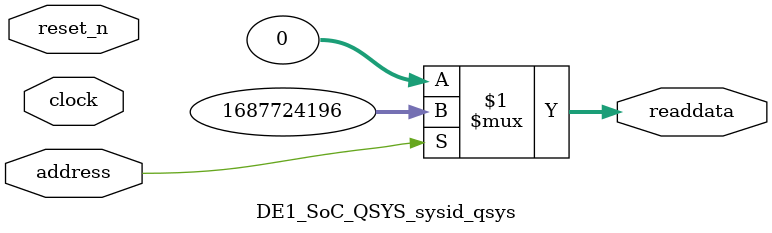
<source format=v>



// synthesis translate_off
`timescale 1ns / 1ps
// synthesis translate_on

// turn off superfluous verilog processor warnings 
// altera message_level Level1 
// altera message_off 10034 10035 10036 10037 10230 10240 10030 

module DE1_SoC_QSYS_sysid_qsys (
               // inputs:
                address,
                clock,
                reset_n,

               // outputs:
                readdata
             )
;

  output  [ 31: 0] readdata;
  input            address;
  input            clock;
  input            reset_n;

  wire    [ 31: 0] readdata;
  //control_slave, which is an e_avalon_slave
  assign readdata = address ? 1687724196 : 0;

endmodule



</source>
